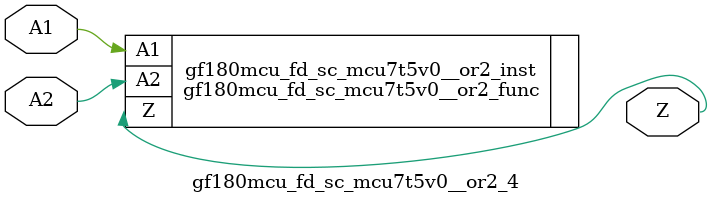
<source format=v>

`ifndef GF180MCU_FD_SC_MCU7T5V0__OR2_4_V
`define GF180MCU_FD_SC_MCU7T5V0__OR2_4_V

`include gf180mcu_fd_sc_mcu7t5v0__or2.v

`ifdef USE_POWER_PINS
module gf180mcu_fd_sc_mcu7t5v0__or2_4( A2, A1, Z, VDD, VSS );
inout VDD, VSS;
`else // If not USE_POWER_PINS
module gf180mcu_fd_sc_mcu7t5v0__or2_4( A2, A1, Z );
`endif // If not USE_POWER_PINS
input A1, A2;
output Z;

`ifdef USE_POWER_PINS
  gf180mcu_fd_sc_mcu7t5v0__or2_func gf180mcu_fd_sc_mcu7t5v0__or2_inst(.A2(A2),.A1(A1),.Z(Z),.VDD(VDD),.VSS(VSS));
`else // If not USE_POWER_PINS
  gf180mcu_fd_sc_mcu7t5v0__or2_func gf180mcu_fd_sc_mcu7t5v0__or2_inst(.A2(A2),.A1(A1),.Z(Z));
`endif // If not USE_POWER_PINS

`ifndef FUNCTIONAL
	// spec_gates_begin


	// spec_gates_end



   specify

	// specify_block_begin

	// comb arc A1 --> Z
	 (A1 => Z) = (1.0,1.0);

	// comb arc A2 --> Z
	 (A2 => Z) = (1.0,1.0);

	// specify_block_end

   endspecify

   `endif

endmodule
`endif // GF180MCU_FD_SC_MCU7T5V0__OR2_4_V

</source>
